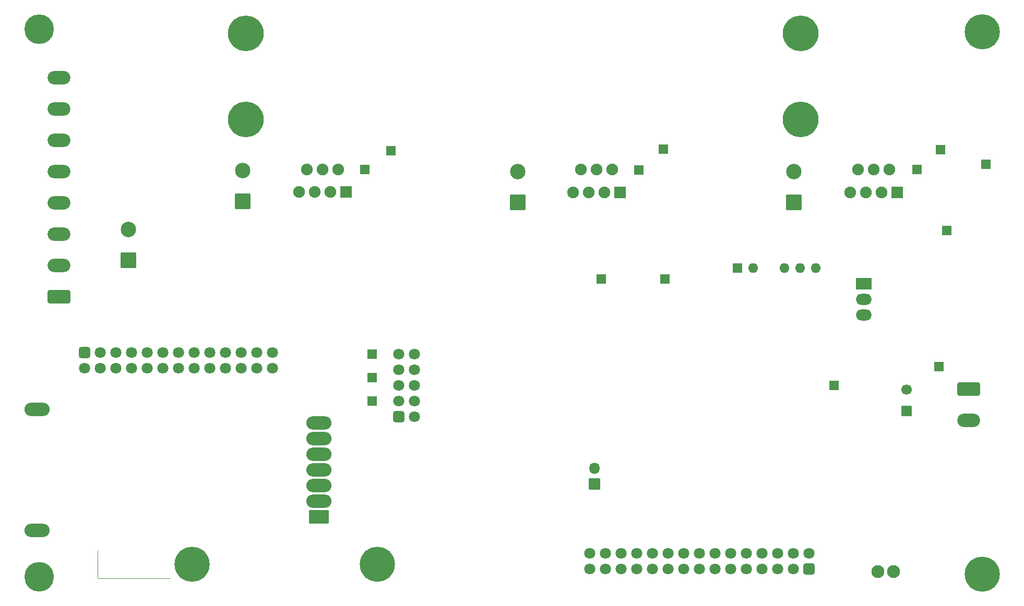
<source format=gbs>
%TF.GenerationSoftware,KiCad,Pcbnew,7.0.1*%
%TF.CreationDate,2023-11-30T10:22:42+01:00*%
%TF.ProjectId,current3x3A_Artiq,63757272-656e-4743-9378-33415f417274,rev?*%
%TF.SameCoordinates,Original*%
%TF.FileFunction,Soldermask,Bot*%
%TF.FilePolarity,Negative*%
%FSLAX46Y46*%
G04 Gerber Fmt 4.6, Leading zero omitted, Abs format (unit mm)*
G04 Created by KiCad (PCBNEW 7.0.1) date 2023-11-30 10:22:42*
%MOMM*%
%LPD*%
G01*
G04 APERTURE LIST*
G04 Aperture macros list*
%AMRoundRect*
0 Rectangle with rounded corners*
0 $1 Rounding radius*
0 $2 $3 $4 $5 $6 $7 $8 $9 X,Y pos of 4 corners*
0 Add a 4 corners polygon primitive as box body*
4,1,4,$2,$3,$4,$5,$6,$7,$8,$9,$2,$3,0*
0 Add four circle primitives for the rounded corners*
1,1,$1+$1,$2,$3*
1,1,$1+$1,$4,$5*
1,1,$1+$1,$6,$7*
1,1,$1+$1,$8,$9*
0 Add four rect primitives between the rounded corners*
20,1,$1+$1,$2,$3,$4,$5,0*
20,1,$1+$1,$4,$5,$6,$7,0*
20,1,$1+$1,$6,$7,$8,$9,0*
20,1,$1+$1,$8,$9,$2,$3,0*%
G04 Aperture macros list end*
%ADD10RoundRect,0.050000X-0.750000X-0.750000X0.750000X-0.750000X0.750000X0.750000X-0.750000X0.750000X0*%
%ADD11C,2.100000*%
%ADD12C,5.700000*%
%ADD13RoundRect,0.050000X-0.750000X0.750000X-0.750000X-0.750000X0.750000X-0.750000X0.750000X0.750000X0*%
%ADD14C,4.800000*%
%ADD15RoundRect,0.050000X1.200000X-1.200000X1.200000X1.200000X-1.200000X1.200000X-1.200000X-1.200000X0*%
%ADD16C,2.500000*%
%ADD17RoundRect,0.300000X-0.600000X0.600000X-0.600000X-0.600000X0.600000X-0.600000X0.600000X0.600000X0*%
%ADD18C,1.800000*%
%ADD19RoundRect,0.299999X-1.550001X0.790001X-1.550001X-0.790001X1.550001X-0.790001X1.550001X0.790001X0*%
%ADD20O,3.700000X2.180000*%
%ADD21C,5.800000*%
%ADD22RoundRect,0.050000X-0.850000X-0.850000X0.850000X-0.850000X0.850000X0.850000X-0.850000X0.850000X0*%
%ADD23O,1.800000X1.800000*%
%ADD24RoundRect,0.300000X0.600000X-0.600000X0.600000X0.600000X-0.600000X0.600000X-0.600000X-0.600000X0*%
%ADD25RoundRect,0.050000X0.900000X0.900000X-0.900000X0.900000X-0.900000X-0.900000X0.900000X-0.900000X0*%
%ADD26O,1.900000X1.900000*%
%ADD27RoundRect,0.299999X1.550001X-0.790001X1.550001X0.790001X-1.550001X0.790001X-1.550001X-0.790001X0*%
%ADD28RoundRect,0.300000X-0.600000X-0.600000X0.600000X-0.600000X0.600000X0.600000X-0.600000X0.600000X0*%
%ADD29O,1.600000X1.600000*%
%ADD30RoundRect,0.050000X-1.250000X0.850000X-1.250000X-0.850000X1.250000X-0.850000X1.250000X0.850000X0*%
%ADD31O,2.600000X1.800000*%
%ADD32RoundRect,0.101600X1.500000X0.975000X-1.500000X0.975000X-1.500000X-0.975000X1.500000X-0.975000X0*%
%ADD33O,4.103200X2.153200*%
%ADD34RoundRect,0.050000X0.800000X-0.800000X0.800000X0.800000X-0.800000X0.800000X-0.800000X-0.800000X0*%
%ADD35C,1.700000*%
G04 APERTURE END LIST*
D10*
%TO.C,DACIN3*%
X145923000Y-28321000D03*
%TD*%
%TO.C,P6V1*%
X150749000Y-38227000D03*
%TD*%
D11*
%TO.C,GND1*%
X139573000Y-93599000D03*
X142113000Y-93599000D03*
%TD*%
D10*
%TO.C,A_SPAN1*%
X105029000Y-46101000D03*
%TD*%
D12*
%TO.C,H6*%
X58400000Y-92400000D03*
%TD*%
D13*
%TO.C,P5V1*%
X157099000Y-27508200D03*
%TD*%
D10*
%TO.C,CUR1*%
X60579000Y-25273000D03*
%TD*%
%TO.C,P12V1*%
X149479000Y-60325000D03*
%TD*%
D14*
%TO.C,H1*%
X3556000Y-5512000D03*
%TD*%
D10*
%TO.C,RST2*%
X57531000Y-62103000D03*
%TD*%
D12*
%TO.C,H8*%
X156503000Y-93997000D03*
%TD*%
D10*
%TO.C,RSR2*%
X57531000Y-65913000D03*
%TD*%
D12*
%TO.C,H7*%
X156503000Y-6003000D03*
%TD*%
D14*
%TO.C,H2*%
X3556000Y-94412000D03*
%TD*%
D10*
%TO.C,CUR3*%
X149733000Y-25146000D03*
%TD*%
%TO.C,ISOCOM2*%
X57531000Y-58293000D03*
%TD*%
%TO.C,DACIN1*%
X56388000Y-28321000D03*
%TD*%
%TO.C,VuC1*%
X132461000Y-63373000D03*
%TD*%
%TO.C,CUR2*%
X104775000Y-25019000D03*
%TD*%
%TO.C,DACIN2*%
X100838000Y-28371000D03*
%TD*%
D12*
%TO.C,H4*%
X28400000Y-92400000D03*
%TD*%
D10*
%TO.C,PP4*%
X94742000Y-46101000D03*
%TD*%
D15*
%TO.C,C128*%
X81153000Y-33655000D03*
D16*
X81153000Y-28655000D03*
%TD*%
D17*
%TO.C,J6*%
X10922000Y-58039000D03*
D18*
X10922000Y-60579000D03*
X13462000Y-58039000D03*
X13462000Y-60579000D03*
X16002000Y-58039000D03*
X16002000Y-60579000D03*
X18542000Y-58039000D03*
X18542000Y-60579000D03*
X21082000Y-58039000D03*
X21082000Y-60579000D03*
X23622000Y-58039000D03*
X23622000Y-60579000D03*
X26162000Y-58039000D03*
X26162000Y-60579000D03*
X28702000Y-58039000D03*
X28702000Y-60579000D03*
X31242000Y-58039000D03*
X31242000Y-60579000D03*
X33782000Y-58039000D03*
X33782000Y-60579000D03*
X36322000Y-58039000D03*
X36322000Y-60579000D03*
X38862000Y-58039000D03*
X38862000Y-60579000D03*
X41402000Y-58039000D03*
X41402000Y-60579000D03*
%TD*%
D19*
%TO.C,J3*%
X154305000Y-64008000D03*
D20*
X154305000Y-69088000D03*
%TD*%
D21*
%TO.C,HS1*%
X37042000Y-6208000D03*
X37042000Y-20208000D03*
X127042000Y-6208000D03*
X127042000Y-20208000D03*
%TD*%
D22*
%TO.C,BOOT0*%
X93599000Y-79375000D03*
D23*
X93599000Y-76835000D03*
%TD*%
D24*
%TO.C,J5*%
X128397000Y-93218000D03*
D18*
X128397000Y-90678000D03*
X125857000Y-93218000D03*
X125857000Y-90678000D03*
X123317000Y-93218000D03*
X123317000Y-90678000D03*
X120777000Y-93218000D03*
X120777000Y-90678000D03*
X118237000Y-93218000D03*
X118237000Y-90678000D03*
X115697000Y-93218000D03*
X115697000Y-90678000D03*
X113157000Y-93218000D03*
X113157000Y-90678000D03*
X110617000Y-93218000D03*
X110617000Y-90678000D03*
X108077000Y-93218000D03*
X108077000Y-90678000D03*
X105537000Y-93218000D03*
X105537000Y-90678000D03*
X102997000Y-93218000D03*
X102997000Y-90678000D03*
X100457000Y-93218000D03*
X100457000Y-90678000D03*
X97917000Y-93218000D03*
X97917000Y-90678000D03*
X95377000Y-93218000D03*
X95377000Y-90678000D03*
X92837000Y-93218000D03*
X92837000Y-90678000D03*
%TD*%
D25*
%TO.C,U28*%
X142748000Y-32021000D03*
D26*
X141478000Y-28321000D03*
X140208000Y-32021000D03*
X138938000Y-28321000D03*
X137668000Y-32021000D03*
X136398000Y-28321000D03*
X135128000Y-32021000D03*
%TD*%
D27*
%TO.C,J1*%
X6731000Y-49022000D03*
D20*
X6731000Y-43942000D03*
X6731000Y-38862000D03*
X6731000Y-33782000D03*
X6731000Y-28702000D03*
X6731000Y-23622000D03*
X6731000Y-18542000D03*
X6731000Y-13462000D03*
%TD*%
D28*
%TO.C,J2*%
X61849000Y-68453000D03*
D18*
X64389000Y-68453000D03*
X61849000Y-65913000D03*
X64389000Y-65913000D03*
X61849000Y-63373000D03*
X64389000Y-63373000D03*
X61849000Y-60833000D03*
X64389000Y-60833000D03*
X61849000Y-58293000D03*
X64389000Y-58293000D03*
%TD*%
D15*
%TO.C,C116*%
X36576000Y-33528000D03*
D16*
X36576000Y-28528000D03*
%TD*%
D13*
%TO.C,U9*%
X116840000Y-44323000D03*
D29*
X119380000Y-44323000D03*
X124460000Y-44323000D03*
X127000000Y-44323000D03*
X129540000Y-44323000D03*
%TD*%
D30*
%TO.C,U13*%
X137287000Y-46863000D03*
D31*
X137287000Y-49403000D03*
X137287000Y-51943000D03*
%TD*%
D32*
%TO.C,U5*%
X48974100Y-84709000D03*
D33*
X48974100Y-82169000D03*
X48974100Y-79629000D03*
X48974100Y-77089000D03*
X48974100Y-74549000D03*
X48974100Y-72009000D03*
X48974100Y-69469000D03*
X3254100Y-67246500D03*
X3254100Y-86931500D03*
%TD*%
D25*
%TO.C,U24*%
X97790000Y-32054000D03*
D26*
X96520000Y-28354000D03*
X95250000Y-32054000D03*
X93980000Y-28354000D03*
X92710000Y-32054000D03*
X91440000Y-28354000D03*
X90170000Y-32054000D03*
%TD*%
D15*
%TO.C,C140*%
X125984000Y-33655000D03*
D16*
X125984000Y-28655000D03*
%TD*%
D25*
%TO.C,U20*%
X53340000Y-32004000D03*
D26*
X52070000Y-28304000D03*
X50800000Y-32004000D03*
X49530000Y-28304000D03*
X48260000Y-32004000D03*
X46990000Y-28304000D03*
X45720000Y-32004000D03*
%TD*%
D34*
%TO.C,C63*%
X144272000Y-67564000D03*
D35*
X144272000Y-64064000D03*
%TD*%
D15*
%TO.C,C80*%
X18034000Y-43053000D03*
D16*
X18034000Y-38053000D03*
%TD*%
G36*
X24879352Y-90163068D02*
G01*
X24893254Y-90166792D01*
X24894152Y-90167311D01*
X24894690Y-90167850D01*
X24895206Y-90168745D01*
X24898932Y-90182649D01*
X24899000Y-90183167D01*
X24899000Y-94728834D01*
X24898932Y-94729352D01*
X24895206Y-94743255D01*
X24894688Y-94744151D01*
X24894151Y-94744688D01*
X24893255Y-94745206D01*
X24879352Y-94748932D01*
X24878834Y-94749000D01*
X13094167Y-94749000D01*
X13093649Y-94748932D01*
X13079745Y-94745206D01*
X13078850Y-94744690D01*
X13078311Y-94744152D01*
X13077792Y-94743254D01*
X13074068Y-94729352D01*
X13074000Y-94728834D01*
X13074000Y-90183167D01*
X13074068Y-90182649D01*
X13076921Y-90172000D01*
X13083000Y-90172000D01*
X13083000Y-94740000D01*
X24890000Y-94740000D01*
X24890000Y-90172000D01*
X13083000Y-90172000D01*
X13076921Y-90172000D01*
X13077793Y-90168745D01*
X13078311Y-90167849D01*
X13078849Y-90167311D01*
X13079745Y-90166793D01*
X13093649Y-90163068D01*
X13094167Y-90163000D01*
X24878834Y-90163000D01*
X24879352Y-90163068D01*
G37*
G36*
X155848810Y-65096905D02*
G01*
X155848967Y-65098803D01*
X155847465Y-65099972D01*
X155847459Y-65099973D01*
X155847130Y-65100000D01*
X152762870Y-65100000D01*
X152761456Y-65099414D01*
X152761455Y-65099413D01*
X152760869Y-65097999D01*
X152761455Y-65096585D01*
X152762869Y-65095999D01*
X155847136Y-65095999D01*
X155848810Y-65096905D01*
G37*
G36*
X8274810Y-50110905D02*
G01*
X8274967Y-50112803D01*
X8273465Y-50113972D01*
X8273459Y-50113973D01*
X8273130Y-50114000D01*
X5188870Y-50114000D01*
X5187456Y-50113414D01*
X5187455Y-50113413D01*
X5186869Y-50111999D01*
X5187455Y-50110585D01*
X5188869Y-50109999D01*
X8273136Y-50109999D01*
X8274810Y-50110905D01*
G37*
M02*

</source>
